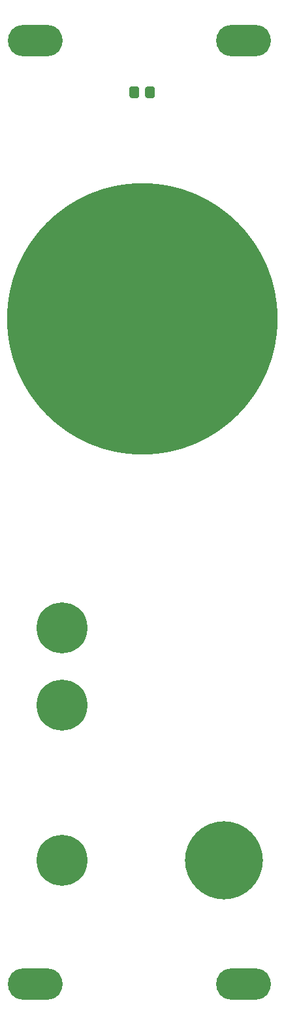
<source format=gts>
G04 #@! TF.GenerationSoftware,KiCad,Pcbnew,(5.1.9)-1*
G04 #@! TF.CreationDate,2021-04-11T23:26:30+02:00*
G04 #@! TF.ProjectId,KicadJE_VU_Meter,4b696361-644a-4455-9f56-555f4d657465,rev?*
G04 #@! TF.SameCoordinates,Original*
G04 #@! TF.FileFunction,Soldermask,Top*
G04 #@! TF.FilePolarity,Negative*
%FSLAX46Y46*%
G04 Gerber Fmt 4.6, Leading zero omitted, Abs format (unit mm)*
G04 Created by KiCad (PCBNEW (5.1.9)-1) date 2021-04-11 23:26:30*
%MOMM*%
%LPD*%
G01*
G04 APERTURE LIST*
%ADD10C,10.102000*%
%ADD11O,7.102000X4.102000*%
%ADD12C,35.102000*%
%ADD13C,6.602000*%
G04 APERTURE END LIST*
D10*
X131000000Y-145000000D03*
G36*
G01*
X118709000Y-46198828D02*
X118709000Y-45241172D01*
G75*
G02*
X118981172Y-44969000I272172J0D01*
G01*
X119688828Y-44969000D01*
G75*
G02*
X119961000Y-45241172I0J-272172D01*
G01*
X119961000Y-46198828D01*
G75*
G02*
X119688828Y-46471000I-272172J0D01*
G01*
X118981172Y-46471000D01*
G75*
G02*
X118709000Y-46198828I0J272172D01*
G01*
G37*
G36*
G01*
X120759000Y-46198828D02*
X120759000Y-45241172D01*
G75*
G02*
X121031172Y-44969000I272172J0D01*
G01*
X121738828Y-44969000D01*
G75*
G02*
X122011000Y-45241172I0J-272172D01*
G01*
X122011000Y-46198828D01*
G75*
G02*
X121738828Y-46471000I-272172J0D01*
G01*
X121031172Y-46471000D01*
G75*
G02*
X120759000Y-46198828I0J272172D01*
G01*
G37*
D11*
X133500000Y-39000000D03*
X106500000Y-39000000D03*
X106500000Y-161000000D03*
X133500000Y-161000000D03*
D12*
X120360000Y-75000000D03*
D13*
X110000000Y-115000000D03*
X110000000Y-125000000D03*
X110000000Y-145000000D03*
M02*

</source>
